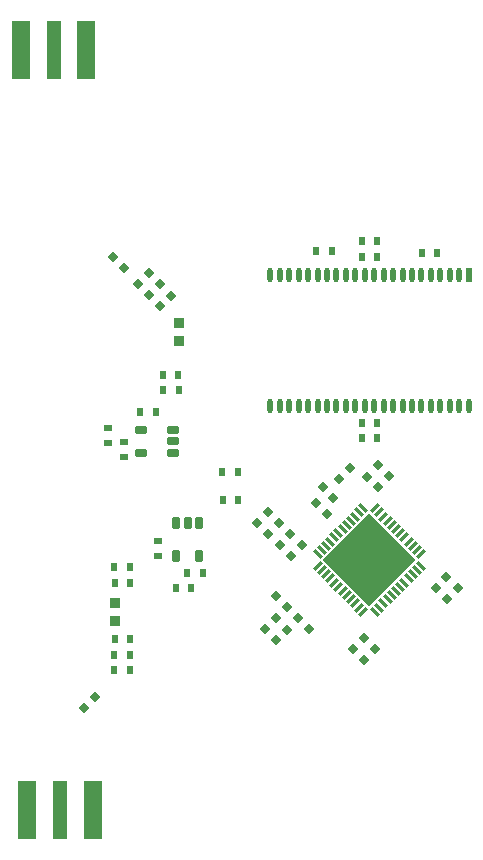
<source format=gtp>
G04*
G04 #@! TF.GenerationSoftware,Altium Limited,Altium Designer,23.2.1 (34)*
G04*
G04 Layer_Color=8421504*
%FSLAX44Y44*%
%MOMM*%
G71*
G04*
G04 #@! TF.SameCoordinates,9FE4BF2E-1B0E-44D7-9BF9-3B0155518327*
G04*
G04*
G04 #@! TF.FilePolarity,Positive*
G04*
G01*
G75*
%ADD18R,1.2000X5.0000*%
%ADD19R,1.6000X5.0000*%
%ADD20R,0.9700X0.9000*%
G04:AMPARAMS|DCode=21|XSize=0.7mm|YSize=0.6mm|CornerRadius=0mm|HoleSize=0mm|Usage=FLASHONLY|Rotation=45.000|XOffset=0mm|YOffset=0mm|HoleType=Round|Shape=Rectangle|*
%AMROTATEDRECTD21*
4,1,4,-0.0354,-0.4596,-0.4596,-0.0354,0.0354,0.4596,0.4596,0.0354,-0.0354,-0.4596,0.0*
%
%ADD21ROTATEDRECTD21*%

G04:AMPARAMS|DCode=22|XSize=0.7mm|YSize=0.6mm|CornerRadius=0mm|HoleSize=0mm|Usage=FLASHONLY|Rotation=135.000|XOffset=0mm|YOffset=0mm|HoleType=Round|Shape=Rectangle|*
%AMROTATEDRECTD22*
4,1,4,0.4596,-0.0354,0.0354,-0.4596,-0.4596,0.0354,-0.0354,0.4596,0.4596,-0.0354,0.0*
%
%ADD22ROTATEDRECTD22*%

%ADD23R,0.6000X0.7000*%
%ADD24R,0.7000X0.6000*%
%ADD25P,7.9196X4X90.0*%
G04:AMPARAMS|DCode=26|XSize=0.85mm|YSize=0.3mm|CornerRadius=0mm|HoleSize=0mm|Usage=FLASHONLY|Rotation=315.000|XOffset=0mm|YOffset=0mm|HoleType=Round|Shape=Rectangle|*
%AMROTATEDRECTD26*
4,1,4,-0.4066,0.1945,-0.1945,0.4066,0.4066,-0.1945,0.1945,-0.4066,-0.4066,0.1945,0.0*
%
%ADD26ROTATEDRECTD26*%

G04:AMPARAMS|DCode=27|XSize=0.85mm|YSize=0.3mm|CornerRadius=0mm|HoleSize=0mm|Usage=FLASHONLY|Rotation=45.000|XOffset=0mm|YOffset=0mm|HoleType=Round|Shape=Rectangle|*
%AMROTATEDRECTD27*
4,1,4,-0.1945,-0.4066,-0.4066,-0.1945,0.1945,0.4066,0.4066,0.1945,-0.1945,-0.4066,0.0*
%
%ADD27ROTATEDRECTD27*%

%ADD28O,0.4858X1.2056*%
%ADD29R,0.4858X1.2056*%
G04:AMPARAMS|DCode=30|XSize=0.6mm|YSize=1mm|CornerRadius=0.051mm|HoleSize=0mm|Usage=FLASHONLY|Rotation=270.000|XOffset=0mm|YOffset=0mm|HoleType=Round|Shape=RoundedRectangle|*
%AMROUNDEDRECTD30*
21,1,0.6000,0.8980,0,0,270.0*
21,1,0.4980,1.0000,0,0,270.0*
1,1,0.1020,-0.4490,-0.2490*
1,1,0.1020,-0.4490,0.2490*
1,1,0.1020,0.4490,0.2490*
1,1,0.1020,0.4490,-0.2490*
%
%ADD30ROUNDEDRECTD30*%
G04:AMPARAMS|DCode=31|XSize=0.6mm|YSize=1mm|CornerRadius=0.051mm|HoleSize=0mm|Usage=FLASHONLY|Rotation=0.000|XOffset=0mm|YOffset=0mm|HoleType=Round|Shape=RoundedRectangle|*
%AMROUNDEDRECTD31*
21,1,0.6000,0.8980,0,0,0.0*
21,1,0.4980,1.0000,0,0,0.0*
1,1,0.1020,0.2490,-0.4490*
1,1,0.1020,-0.2490,-0.4490*
1,1,0.1020,-0.2490,0.4490*
1,1,0.1020,0.2490,0.4490*
%
%ADD31ROUNDEDRECTD31*%
D18*
X50975Y672008D02*
D03*
X56500Y28600D02*
D03*
D19*
X23275Y672008D02*
D03*
X78675D02*
D03*
X28800Y28600D02*
D03*
X84200D02*
D03*
D20*
X157000Y441000D02*
D03*
Y425300D02*
D03*
X102522Y188570D02*
D03*
Y204270D02*
D03*
D21*
X282573Y279137D02*
D03*
X273380Y288329D02*
D03*
X325265Y301745D02*
D03*
X316073Y310937D02*
D03*
X239187Y209616D02*
D03*
X248379Y200424D02*
D03*
X267118Y181685D02*
D03*
X257925Y190878D02*
D03*
X334520Y311178D02*
D03*
X325327Y320370D02*
D03*
X287830Y292573D02*
D03*
X278638Y301766D02*
D03*
X110338Y487451D02*
D03*
X101145Y496644D02*
D03*
D22*
X392931Y216231D02*
D03*
X383739Y207039D02*
D03*
X260846Y252691D02*
D03*
X251653Y243499D02*
D03*
X302057Y318313D02*
D03*
X292864Y309120D02*
D03*
X313626Y174060D02*
D03*
X304434Y164867D02*
D03*
X239187Y191231D02*
D03*
X229995Y182039D02*
D03*
X239187Y172139D02*
D03*
X248379Y181332D02*
D03*
X383477Y225790D02*
D03*
X374285Y216597D02*
D03*
X251470Y262067D02*
D03*
X242278Y252874D02*
D03*
X322915Y164670D02*
D03*
X313723Y155477D02*
D03*
X131658Y464520D02*
D03*
X140850Y473713D02*
D03*
X122175Y474003D02*
D03*
X131367Y483196D02*
D03*
X232662Y280757D02*
D03*
X223469Y271565D02*
D03*
X242037Y271463D02*
D03*
X232844Y262271D02*
D03*
X140983Y454987D02*
D03*
X150175Y464179D02*
D03*
X86027Y124000D02*
D03*
X76835Y114808D02*
D03*
D23*
X156637Y397180D02*
D03*
X143637D02*
D03*
X156713Y383870D02*
D03*
X143713D02*
D03*
X102451Y234479D02*
D03*
X115451D02*
D03*
X102471Y160071D02*
D03*
X115471D02*
D03*
X102243Y146710D02*
D03*
X115243D02*
D03*
X102501Y221017D02*
D03*
X115501D02*
D03*
X193680Y315087D02*
D03*
X206680D02*
D03*
X194056Y291287D02*
D03*
X207056D02*
D03*
X177114Y229604D02*
D03*
X164114D02*
D03*
X102497Y173380D02*
D03*
X115497D02*
D03*
X124383Y365641D02*
D03*
X137383D02*
D03*
X167457Y216168D02*
D03*
X154457D02*
D03*
X375488Y499923D02*
D03*
X362488D02*
D03*
X286228Y502006D02*
D03*
X273228D02*
D03*
X324772Y510121D02*
D03*
X311772D02*
D03*
X324810Y496926D02*
D03*
X311810D02*
D03*
X311683Y356464D02*
D03*
X324683D02*
D03*
X311683Y343205D02*
D03*
X324683D02*
D03*
D24*
X110332Y327394D02*
D03*
Y340394D02*
D03*
X96997Y339281D02*
D03*
Y352281D02*
D03*
X139446Y243300D02*
D03*
Y256300D02*
D03*
D25*
X318194Y240226D02*
D03*
D26*
X347892Y221135D02*
D03*
X362035Y235277D02*
D03*
X358499Y231741D02*
D03*
X354964Y228206D02*
D03*
X351428Y224670D02*
D03*
X344357Y217599D02*
D03*
X340821Y214063D02*
D03*
X337286Y210528D02*
D03*
X333750Y206992D02*
D03*
X330215Y203457D02*
D03*
X326679Y199921D02*
D03*
X323144Y196386D02*
D03*
X274353Y245176D02*
D03*
X277889Y248712D02*
D03*
X281425Y252247D02*
D03*
X284960Y255783D02*
D03*
X288496Y259318D02*
D03*
X292031Y262854D02*
D03*
X295567Y266389D02*
D03*
X299102Y269925D02*
D03*
X302638Y273461D02*
D03*
X306173Y276996D02*
D03*
X309709Y280532D02*
D03*
X313244Y284067D02*
D03*
D27*
X323144D02*
D03*
X326679Y280532D02*
D03*
X330215Y276996D02*
D03*
X333750Y273461D02*
D03*
X337286Y269925D02*
D03*
X340821Y266389D02*
D03*
X344357Y262854D02*
D03*
X347892Y259318D02*
D03*
X351428Y255783D02*
D03*
X354964Y252247D02*
D03*
X358499Y248712D02*
D03*
X362035Y245176D02*
D03*
X313244Y196386D02*
D03*
X309709Y199921D02*
D03*
X306173Y203457D02*
D03*
X302638Y206992D02*
D03*
X299102Y210528D02*
D03*
X295567Y214063D02*
D03*
X292031Y217599D02*
D03*
X288496Y221135D02*
D03*
X284960Y224670D02*
D03*
X281425Y228206D02*
D03*
X277889Y231741D02*
D03*
X274353Y235277D02*
D03*
D28*
X274389Y370985D02*
D03*
X266389D02*
D03*
X258389D02*
D03*
X282389D02*
D03*
X394389Y481591D02*
D03*
X386389D02*
D03*
X378389D02*
D03*
X370389D02*
D03*
X362389D02*
D03*
X354389D02*
D03*
X346389D02*
D03*
X338389D02*
D03*
X330389D02*
D03*
X322389D02*
D03*
X314389D02*
D03*
X306389D02*
D03*
X298389D02*
D03*
X290389D02*
D03*
X282389D02*
D03*
X274389D02*
D03*
X266389D02*
D03*
X258389D02*
D03*
X250389D02*
D03*
X242389D02*
D03*
X234389D02*
D03*
Y370985D02*
D03*
X242389D02*
D03*
X250389D02*
D03*
X290389D02*
D03*
X298389D02*
D03*
X306389D02*
D03*
X314389D02*
D03*
X322389D02*
D03*
X330389D02*
D03*
X338389D02*
D03*
X346389D02*
D03*
X354389D02*
D03*
X362389D02*
D03*
X370389D02*
D03*
X378389D02*
D03*
X386389D02*
D03*
X394389D02*
D03*
X402389D02*
D03*
D29*
Y481591D02*
D03*
D30*
X152174Y331275D02*
D03*
Y340775D02*
D03*
Y350275D02*
D03*
X124674D02*
D03*
Y331275D02*
D03*
D31*
X173838Y271523D02*
D03*
X164338D02*
D03*
X154838D02*
D03*
Y244023D02*
D03*
X173838D02*
D03*
M02*

</source>
